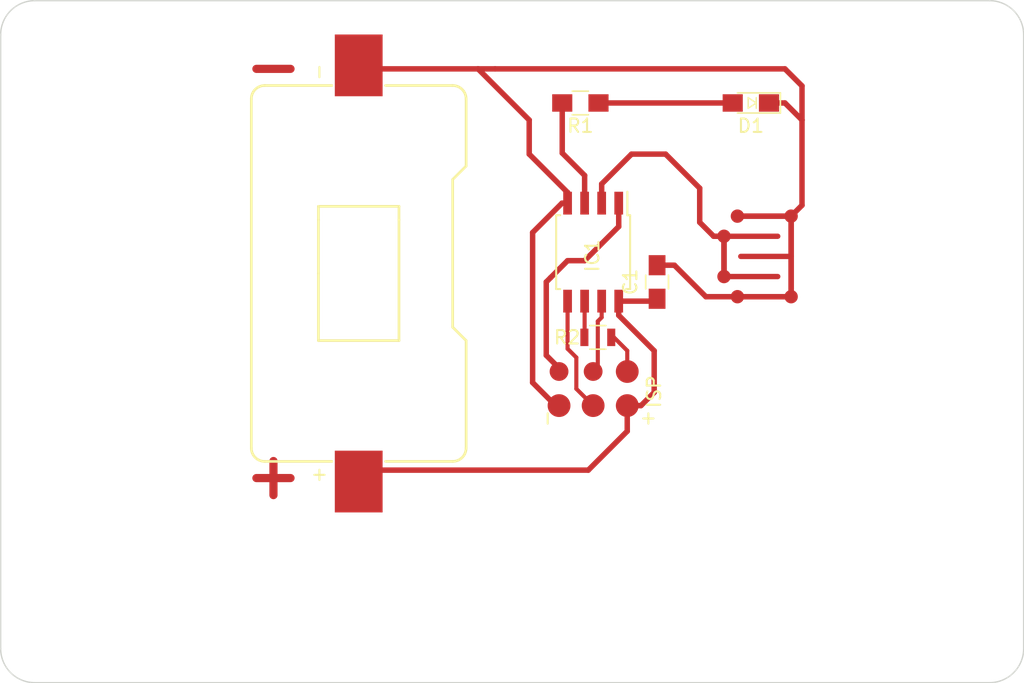
<source format=kicad_pcb>
(kicad_pcb (version 4) (host pcbnew 4.0.6)

  (general
    (links 20)
    (no_connects 0)
    (area 122.758999 58.877999 199.059001 109.778001)
    (thickness 1.6)
    (drawings 8)
    (tracks 76)
    (zones 0)
    (modules 8)
    (nets 11)
  )

  (page USLetter)
  (layers
    (0 F.Cu signal)
    (31 B.Cu signal)
    (32 B.Adhes user)
    (33 F.Adhes user)
    (34 B.Paste user)
    (35 F.Paste user)
    (36 B.SilkS user)
    (37 F.SilkS user)
    (38 B.Mask user)
    (39 F.Mask user)
    (40 Dwgs.User user)
    (41 Cmts.User user)
    (42 Eco1.User user)
    (43 Eco2.User user)
    (44 Edge.Cuts user)
    (45 Margin user)
    (46 B.CrtYd user)
    (47 F.CrtYd user)
    (48 B.Fab user)
    (49 F.Fab user)
  )

  (setup
    (last_trace_width 0.4064)
    (user_trace_width 0.254)
    (user_trace_width 0.3048)
    (user_trace_width 0.4064)
    (user_trace_width 0.6096)
    (trace_clearance 0.2)
    (zone_clearance 0.508)
    (zone_45_only no)
    (trace_min 0.2)
    (segment_width 0.2)
    (edge_width 0.1)
    (via_size 0.6)
    (via_drill 0.4)
    (via_min_size 0.4)
    (via_min_drill 0.3)
    (uvia_size 0.3)
    (uvia_drill 0.1)
    (uvias_allowed no)
    (uvia_min_size 0.2)
    (uvia_min_drill 0.1)
    (pcb_text_width 0.3)
    (pcb_text_size 1.27 1.27)
    (mod_edge_width 0.15)
    (mod_text_size 1.016 1.016)
    (mod_text_width 0.127)
    (pad_size 1.4 1.4)
    (pad_drill 0)
    (pad_to_mask_clearance 0)
    (aux_axis_origin 111.76 109.855)
    (grid_origin 0.889 0.508)
    (visible_elements 7FFFFFFF)
    (pcbplotparams
      (layerselection 0x010f0_80000001)
      (usegerberextensions true)
      (excludeedgelayer true)
      (linewidth 0.100000)
      (plotframeref false)
      (viasonmask false)
      (mode 1)
      (useauxorigin false)
      (hpglpennumber 1)
      (hpglpenspeed 20)
      (hpglpendiameter 15)
      (hpglpenoverlay 2)
      (psnegative false)
      (psa4output false)
      (plotreference true)
      (plotvalue true)
      (plotinvisibletext false)
      (padsonsilk false)
      (subtractmaskfromsilk false)
      (outputformat 1)
      (mirror false)
      (drillshape 0)
      (scaleselection 1)
      (outputdirectory gerbers/))
  )

  (net 0 "")
  (net 1 GND)
  (net 2 +BATT)
  (net 3 "Net-(CON1-Pad1)")
  (net 4 /MISO)
  (net 5 /SCK)
  (net 6 /MOSI)
  (net 7 /RST)
  (net 8 /D3)
  (net 9 /D4)
  (net 10 "Net-(D1-Pad2)")

  (net_class Default "This is the default net class."
    (clearance 0.2)
    (trace_width 0.25)
    (via_dia 0.6)
    (via_drill 0.4)
    (uvia_dia 0.3)
    (uvia_drill 0.1)
    (add_net +BATT)
    (add_net /D3)
    (add_net /D4)
    (add_net /MISO)
    (add_net /MOSI)
    (add_net /RST)
    (add_net /SCK)
    (add_net GND)
    (add_net "Net-(CON1-Pad1)")
    (add_net "Net-(D1-Pad2)")
  )

  (module Resistors_SMD:R_0805 (layer F.Cu) (tedit 5C99664C) (tstamp 5C8A8B15)
    (at 167.289 84.008 180)
    (descr "Resistor SMD 0805, reflow soldering, Vishay (see dcrcw.pdf)")
    (tags "resistor 0805")
    (path /5C8A8E71)
    (attr smd)
    (fp_text reference R2 (at 2.286 0 180) (layer F.SilkS)
      (effects (font (size 1 1) (thickness 0.15)))
    )
    (fp_text value 0 (at 0 1.75 180) (layer F.Fab)
      (effects (font (size 1 1) (thickness 0.15)))
    )
    (fp_text user %R (at 0 0 180) (layer F.Fab)
      (effects (font (size 0.5 0.5) (thickness 0.075)))
    )
    (fp_line (start -1 0.62) (end -1 -0.62) (layer F.Fab) (width 0.1))
    (fp_line (start 1 0.62) (end -1 0.62) (layer F.Fab) (width 0.1))
    (fp_line (start 1 -0.62) (end 1 0.62) (layer F.Fab) (width 0.1))
    (fp_line (start -1 -0.62) (end 1 -0.62) (layer F.Fab) (width 0.1))
    (fp_line (start 0.6 0.88) (end -0.6 0.88) (layer F.SilkS) (width 0.12))
    (fp_line (start -0.6 -0.88) (end 0.6 -0.88) (layer F.SilkS) (width 0.12))
    (fp_line (start -1.55 -0.9) (end 1.55 -0.9) (layer F.CrtYd) (width 0.05))
    (fp_line (start -1.55 -0.9) (end -1.55 0.9) (layer F.CrtYd) (width 0.05))
    (fp_line (start 1.55 0.9) (end 1.55 -0.9) (layer F.CrtYd) (width 0.05))
    (fp_line (start 1.55 0.9) (end -1.55 0.9) (layer F.CrtYd) (width 0.05))
    (pad 1 smd rect (at -1 0 180) (size 0.6 1.3) (layers F.Cu F.Paste F.Mask)
      (net 3 "Net-(CON1-Pad1)"))
    (pad 2 smd rect (at 1 0 180) (size 0.6 1.3) (layers F.Cu F.Paste F.Mask)
      (net 4 /MISO))
    (model ${KISYS3DMOD}/Resistors_SMD.3dshapes/R_0805.wrl
      (at (xyz 0 0 0))
      (scale (xyz 1 1 1))
      (rotate (xyz 0 0 0))
    )
  )

  (module BATT_BA2032SM (layer F.Cu) (tedit 5C995CE3) (tstamp 5A83A7E3)
    (at 149.479 79.248 90)
    (tags battery)
    (path /553F9619)
    (fp_text reference BT1 (at 0 5 90) (layer F.SilkS) hide
      (effects (font (size 1.72974 1.08712) (thickness 0.27178)))
    )
    (fp_text value Battery (at 0 -5 90) (layer F.SilkS) hide
      (effects (font (size 1.524 1.016) (thickness 0.254)))
    )
    (fp_line (start 4 3) (end 5 3) (layer F.SilkS) (width 0.2))
    (fp_line (start 5 3) (end 5 -3) (layer F.SilkS) (width 0.2))
    (fp_line (start 5 -3) (end 4 -3) (layer F.SilkS) (width 0.2))
    (fp_line (start 0 -3) (end -5 -3) (layer F.SilkS) (width 0.2))
    (fp_line (start -5 -3) (end -5 3) (layer F.SilkS) (width 0.2))
    (fp_line (start -5 3) (end 4 3) (layer F.SilkS) (width 0.2))
    (fp_line (start 4 -3) (end 0 -3) (layer F.SilkS) (width 0.2))
    (fp_circle (center 0 0) (end 0 -10) (layer F.CrtYd) (width 0.2))
    (fp_text user - (at 15 -3 90) (layer F.SilkS)
      (effects (font (size 1 1) (thickness 0.15)))
    )
    (fp_text user + (at -15 -3 90) (layer F.SilkS)
      (effects (font (size 1 1) (thickness 0.15)))
    )
    (fp_line (start -5 8) (end -13 8) (layer F.SilkS) (width 0.2))
    (fp_line (start 8 8) (end 13 8) (layer F.SilkS) (width 0.2))
    (fp_line (start -5 8) (end -4 7) (layer F.SilkS) (width 0.2))
    (fp_line (start -4 7) (end 7 7) (layer F.SilkS) (width 0.2))
    (fp_line (start 7 7) (end 8 8) (layer F.SilkS) (width 0.2))
    (fp_line (start -14 2) (end -14 7) (layer F.SilkS) (width 0.2))
    (fp_line (start 14 2) (end 14 7) (layer F.SilkS) (width 0.2))
    (fp_line (start -13 -8) (end 13 -8) (layer F.SilkS) (width 0.2))
    (fp_line (start -14 -2) (end -14 -7) (layer F.SilkS) (width 0.2))
    (fp_arc (start 13 -7) (end 13 -8) (angle 90) (layer F.SilkS) (width 0.2))
    (fp_arc (start 13 7) (end 14 7) (angle 90) (layer F.SilkS) (width 0.2))
    (fp_arc (start -13 7) (end -13 8) (angle 90) (layer F.SilkS) (width 0.2))
    (fp_arc (start -13 -7) (end -14 -7) (angle 90) (layer F.SilkS) (width 0.2))
    (fp_line (start 14 -2) (end 14 -7) (layer F.SilkS) (width 0.2))
    (pad 1 smd rect (at -15.5 0 90) (size 4.6 3.56) (layers F.Cu F.Paste F.Mask)
      (net 2 +BATT))
    (pad 2 smd rect (at 15.5 0 90) (size 4.6 3.56) (layers F.Cu F.Paste F.Mask)
      (net 1 GND))
  )

  (module myFootPrints:SW_SMD_TOUCH (layer F.Cu) (tedit 5C995808) (tstamp 5A94E024)
    (at 178.689 77.978 270)
    (path /5A7D01B3)
    (fp_text reference J1 (at 0.127 4.572 270) (layer F.SilkS) hide
      (effects (font (size 1.016 1.016) (thickness 0.2032)))
    )
    (fp_text value JMP (at 0.254 -4.572 270) (layer F.SilkS) hide
      (effects (font (size 1.016 1.016) (thickness 0.254)))
    )
    (fp_line (start -1.5 2) (end 1.5 2) (layer F.Cu) (width 0.4064))
    (fp_line (start -3 -3) (end 3 -3) (layer F.Cu) (width 0.4064))
    (fp_line (start -1.5 -2) (end -1.5 2) (layer F.Cu) (width 0.4))
    (fp_line (start 3 -3) (end 3 1) (layer F.Cu) (width 0.4))
    (fp_line (start 1.5 -2) (end 1.5 2) (layer F.Cu) (width 0.4))
    (fp_line (start 0 -3) (end 0 0.75) (layer F.Cu) (width 0.4))
    (fp_line (start -3 -3) (end -3 1) (layer F.Cu) (width 0.4))
    (pad 1 smd circle (at -3 1 270) (size 1 1) (layers F.Cu F.Paste F.Mask)
      (net 1 GND))
    (pad 2 smd circle (at 1.5 2 270) (size 1 1) (layers F.Cu F.Paste F.Mask)
      (net 8 /D3))
    (pad 1 smd circle (at 3 1 270) (size 1 1) (layers F.Cu F.Paste F.Mask)
      (net 1 GND))
    (pad 1 smd circle (at 3 -3 270) (size 1 1) (layers F.Cu F.Paste F.Mask)
      (net 1 GND))
    (pad 1 smd circle (at -3 -3 270) (size 1 1) (layers F.Cu F.Paste F.Mask)
      (net 1 GND))
    (pad 2 smd circle (at -1.5 2 270) (size 1 1) (layers F.Cu F.Paste F.Mask)
      (net 8 /D3))
  )

  (module LEDs:LED_0805_HandSoldering (layer F.Cu) (tedit 5A9E0B35) (tstamp 5A94E010)
    (at 178.689 66.548 180)
    (descr "Resistor SMD 0805, hand soldering")
    (tags "resistor 0805")
    (path /561BE7BF)
    (attr smd)
    (fp_text reference D1 (at 0 -1.7 180) (layer F.SilkS)
      (effects (font (size 1 1) (thickness 0.15)))
    )
    (fp_text value LED (at 0 1.75 180) (layer F.Fab)
      (effects (font (size 1 1) (thickness 0.15)))
    )
    (fp_line (start -0.4 -0.4) (end -0.4 0.4) (layer F.SilkS) (width 0.1))
    (fp_line (start -0.4 0) (end 0.2 -0.4) (layer F.SilkS) (width 0.1))
    (fp_line (start 0.2 0.4) (end -0.4 0) (layer F.SilkS) (width 0.1))
    (fp_line (start 0.2 -0.4) (end 0.2 0.4) (layer F.SilkS) (width 0.1))
    (fp_line (start -1 0.62) (end -1 -0.62) (layer F.Fab) (width 0.1))
    (fp_line (start 1 0.62) (end -1 0.62) (layer F.Fab) (width 0.1))
    (fp_line (start 1 -0.62) (end 1 0.62) (layer F.Fab) (width 0.1))
    (fp_line (start -1 -0.62) (end 1 -0.62) (layer F.Fab) (width 0.1))
    (fp_line (start 1 0.75) (end -2.2 0.75) (layer F.SilkS) (width 0.12))
    (fp_line (start -2.2 -0.75) (end 1 -0.75) (layer F.SilkS) (width 0.12))
    (fp_line (start -2.35 -0.9) (end 2.35 -0.9) (layer F.CrtYd) (width 0.05))
    (fp_line (start -2.35 -0.9) (end -2.35 0.9) (layer F.CrtYd) (width 0.05))
    (fp_line (start 2.35 0.9) (end 2.35 -0.9) (layer F.CrtYd) (width 0.05))
    (fp_line (start 2.35 0.9) (end -2.35 0.9) (layer F.CrtYd) (width 0.05))
    (fp_line (start -2.2 -0.75) (end -2.2 0.75) (layer F.SilkS) (width 0.12))
    (pad 1 smd rect (at -1.35 0 180) (size 1.5 1.3) (layers F.Cu F.Paste F.Mask)
      (net 1 GND))
    (pad 2 smd rect (at 1.35 0 180) (size 1.5 1.3) (layers F.Cu F.Paste F.Mask)
      (net 10 "Net-(D1-Pad2)"))
    (model ${KISYS3DMOD}/LEDs.3dshapes/LED_0805.wrl
      (at (xyz 0 0 0))
      (scale (xyz 1 1 1))
      (rotate (xyz 0 0 0))
    )
  )

  (module footprints:Pin_Header_Straight_2x03_Pitch2.54mm (layer F.Cu) (tedit 5C996400) (tstamp 5A7BED43)
    (at 169.4815 86.5505 270)
    (descr "Through hole straight pin header, 2x03, 2.54mm pitch, double rows")
    (tags "Through hole pin header THT 2x03 2.54mm double row")
    (path /561A9A26)
    (fp_text reference CON1 (at 1.2 2.5 360) (layer F.SilkS) hide
      (effects (font (size 1 1) (thickness 0.15)))
    )
    (fp_text value ISP (at 1.5 -2 270) (layer F.SilkS)
      (effects (font (size 1 1) (thickness 0.15)))
    )
    (fp_text user - (at 3.5 6 270) (layer F.SilkS)
      (effects (font (size 1 1) (thickness 0.15)))
    )
    (fp_text user + (at 3.5 -1.5 270) (layer F.SilkS)
      (effects (font (size 1 1) (thickness 0.15)))
    )
    (fp_line (start 0 -1.27) (end 3.81 -1.27) (layer F.Fab) (width 0.1))
    (fp_line (start 3.81 -1.27) (end 3.81 6.35) (layer F.Fab) (width 0.1))
    (fp_line (start 3.81 6.35) (end -1.27 6.35) (layer F.Fab) (width 0.1))
    (fp_line (start -1.27 6.35) (end -1.27 0) (layer F.Fab) (width 0.1))
    (fp_line (start -1.27 0) (end 0 -1.27) (layer F.Fab) (width 0.1))
    (fp_line (start -1.8 -1.8) (end -1.8 6.85) (layer F.CrtYd) (width 0.05))
    (fp_line (start -1.8 6.85) (end 4.35 6.85) (layer F.CrtYd) (width 0.05))
    (fp_line (start 4.35 6.85) (end 4.35 -1.8) (layer F.CrtYd) (width 0.05))
    (fp_line (start 4.35 -1.8) (end -1.8 -1.8) (layer F.CrtYd) (width 0.05))
    (fp_text user %R (at 1.27 2.54 360) (layer F.Fab)
      (effects (font (size 1 1) (thickness 0.15)))
    )
    (pad 1 smd circle (at 0 0 270) (size 1.7 1.7) (layers F.Cu F.Paste F.Mask)
      (net 3 "Net-(CON1-Pad1)"))
    (pad 2 smd oval (at 2.54 0 270) (size 1.7 1.7) (layers F.Cu F.Paste F.Mask)
      (net 2 +BATT))
    (pad 3 smd circle (at 0 2.54 270) (size 1.4 1.4) (layers F.Cu F.Paste F.Mask)
      (net 5 /SCK))
    (pad 4 smd oval (at 2.54 2.54 270) (size 1.7 1.7) (layers F.Cu F.Paste F.Mask)
      (net 6 /MOSI))
    (pad 5 smd circle (at 0 5.08 270) (size 1.4 1.4) (layers F.Cu F.Paste F.Mask)
      (net 7 /RST))
    (pad 6 smd oval (at 2.54 5.08 270) (size 1.7 1.7) (layers F.Cu F.Paste F.Mask)
      (net 1 GND))
  )

  (module footprints:SOIJ-8_5.3x5.3mm_Pitch1.27mm (layer F.Cu) (tedit 5A94E6CD) (tstamp 5A94DD7A)
    (at 166.9415 77.6605 270)
    (descr "8-Lead Plastic Small Outline (SM) - Medium, 5.28 mm Body [SOIC] (see Microchip Packaging Specification 00000049BS.pdf)")
    (tags "SOIC 1.27")
    (path /553EFD0A)
    (attr smd)
    (fp_text reference IC1 (at 0.265 0.06 270) (layer F.SilkS)
      (effects (font (size 1 1) (thickness 0.15)))
    )
    (fp_text value ATTINY85 (at 0 3.68 270) (layer F.Fab)
      (effects (font (size 1 1) (thickness 0.15)))
    )
    (fp_text user %R (at 0 0 270) (layer F.Fab)
      (effects (font (size 1 1) (thickness 0.15)))
    )
    (fp_line (start -1.65 -2.65) (end 2.65 -2.65) (layer F.Fab) (width 0.15))
    (fp_line (start 2.65 -2.65) (end 2.65 2.65) (layer F.Fab) (width 0.15))
    (fp_line (start 2.65 2.65) (end -2.65 2.65) (layer F.Fab) (width 0.15))
    (fp_line (start -2.65 2.65) (end -2.65 -1.65) (layer F.Fab) (width 0.15))
    (fp_line (start -2.65 -1.65) (end -1.65 -2.65) (layer F.Fab) (width 0.15))
    (fp_line (start -4.75 -2.95) (end -4.75 2.95) (layer F.CrtYd) (width 0.05))
    (fp_line (start 4.75 -2.95) (end 4.75 2.95) (layer F.CrtYd) (width 0.05))
    (fp_line (start -4.75 -2.95) (end 4.75 -2.95) (layer F.CrtYd) (width 0.05))
    (fp_line (start -4.75 2.95) (end 4.75 2.95) (layer F.CrtYd) (width 0.05))
    (fp_line (start -2.75 -2.755) (end -2.75 -2.55) (layer F.SilkS) (width 0.15))
    (fp_line (start 2.75 -2.755) (end 2.75 -2.455) (layer F.SilkS) (width 0.15))
    (fp_line (start 2.75 2.755) (end 2.75 2.455) (layer F.SilkS) (width 0.15))
    (fp_line (start -2.75 2.755) (end -2.75 2.455) (layer F.SilkS) (width 0.15))
    (fp_line (start -2.75 -2.755) (end 2.75 -2.755) (layer F.SilkS) (width 0.15))
    (fp_line (start -2.75 2.755) (end 2.75 2.755) (layer F.SilkS) (width 0.15))
    (fp_line (start -2.75 -2.55) (end -4.5 -2.55) (layer F.SilkS) (width 0.15))
    (pad 1 smd rect (at -3.65 -1.905 270) (size 1.7 0.65) (layers F.Cu F.Paste F.Mask)
      (net 7 /RST))
    (pad 2 smd rect (at -3.65 -0.635 270) (size 1.7 0.65) (layers F.Cu F.Paste F.Mask)
      (net 8 /D3))
    (pad 3 smd rect (at -3.65 0.635 270) (size 1.7 0.65) (layers F.Cu F.Paste F.Mask)
      (net 9 /D4))
    (pad 4 smd rect (at -3.65 1.905 270) (size 1.7 0.65) (layers F.Cu F.Paste F.Mask)
      (net 1 GND))
    (pad 5 smd rect (at 3.65 1.905 270) (size 1.7 0.65) (layers F.Cu F.Paste F.Mask)
      (net 6 /MOSI))
    (pad 6 smd rect (at 3.65 0.635 270) (size 1.7 0.65) (layers F.Cu F.Paste F.Mask)
      (net 4 /MISO))
    (pad 7 smd rect (at 3.65 -0.635 270) (size 1.7 0.65) (layers F.Cu F.Paste F.Mask)
      (net 5 /SCK))
    (pad 8 smd rect (at 3.65 -1.905 270) (size 1.7 0.65) (layers F.Cu F.Paste F.Mask)
      (net 2 +BATT))
    (model ${KISYS3DMOD}/Housings_SOIC.3dshapes/SOIJ-8_5.3x5.3mm_Pitch1.27mm.wrl
      (at (xyz 0 0 0))
      (scale (xyz 1 1 1))
      (rotate (xyz 0 0 0))
    )
  )

  (module Resistors_SMD:R_0805_HandSoldering (layer F.Cu) (tedit 58E0A804) (tstamp 5A94E034)
    (at 165.989 66.548 180)
    (descr "Resistor SMD 0805, hand soldering")
    (tags "resistor 0805")
    (path /561BE85C)
    (attr smd)
    (fp_text reference R1 (at 0 -1.7 180) (layer F.SilkS)
      (effects (font (size 1 1) (thickness 0.15)))
    )
    (fp_text value 330 (at 0 1.75 180) (layer F.Fab)
      (effects (font (size 1 1) (thickness 0.15)))
    )
    (fp_text user %R (at 0 0 180) (layer F.Fab)
      (effects (font (size 0.5 0.5) (thickness 0.075)))
    )
    (fp_line (start -1 0.62) (end -1 -0.62) (layer F.Fab) (width 0.1))
    (fp_line (start 1 0.62) (end -1 0.62) (layer F.Fab) (width 0.1))
    (fp_line (start 1 -0.62) (end 1 0.62) (layer F.Fab) (width 0.1))
    (fp_line (start -1 -0.62) (end 1 -0.62) (layer F.Fab) (width 0.1))
    (fp_line (start 0.6 0.88) (end -0.6 0.88) (layer F.SilkS) (width 0.12))
    (fp_line (start -0.6 -0.88) (end 0.6 -0.88) (layer F.SilkS) (width 0.12))
    (fp_line (start -2.35 -0.9) (end 2.35 -0.9) (layer F.CrtYd) (width 0.05))
    (fp_line (start -2.35 -0.9) (end -2.35 0.9) (layer F.CrtYd) (width 0.05))
    (fp_line (start 2.35 0.9) (end 2.35 -0.9) (layer F.CrtYd) (width 0.05))
    (fp_line (start 2.35 0.9) (end -2.35 0.9) (layer F.CrtYd) (width 0.05))
    (pad 1 smd rect (at -1.35 0 180) (size 1.5 1.3) (layers F.Cu F.Paste F.Mask)
      (net 10 "Net-(D1-Pad2)"))
    (pad 2 smd rect (at 1.35 0 180) (size 1.5 1.3) (layers F.Cu F.Paste F.Mask)
      (net 9 /D4))
    (model ${KISYS3DMOD}/Resistors_SMD.3dshapes/R_0805.wrl
      (at (xyz 0 0 0))
      (scale (xyz 1 1 1))
      (rotate (xyz 0 0 0))
    )
  )

  (module Capacitors_SMD:C_0805_HandSoldering (layer F.Cu) (tedit 5A9E0520) (tstamp 5A94E000)
    (at 171.704 79.883 270)
    (descr "Capacitor SMD 0805, hand soldering")
    (tags "capacitor 0805")
    (path /553FDF53)
    (attr smd)
    (fp_text reference C1 (at 0 2 270) (layer F.SilkS)
      (effects (font (size 1 1) (thickness 0.15)))
    )
    (fp_text value "0.1 uF" (at 0 1.75 270) (layer F.Fab)
      (effects (font (size 1 1) (thickness 0.15)))
    )
    (fp_text user %R (at 0 2 270) (layer F.Fab)
      (effects (font (size 1 1) (thickness 0.15)))
    )
    (fp_line (start -1 0.62) (end -1 -0.62) (layer F.Fab) (width 0.1))
    (fp_line (start 1 0.62) (end -1 0.62) (layer F.Fab) (width 0.1))
    (fp_line (start 1 -0.62) (end 1 0.62) (layer F.Fab) (width 0.1))
    (fp_line (start -1 -0.62) (end 1 -0.62) (layer F.Fab) (width 0.1))
    (fp_line (start 0.5 -0.85) (end -0.5 -0.85) (layer F.SilkS) (width 0.12))
    (fp_line (start -0.5 0.85) (end 0.5 0.85) (layer F.SilkS) (width 0.12))
    (fp_line (start -2.25 -0.88) (end 2.25 -0.88) (layer F.CrtYd) (width 0.05))
    (fp_line (start -2.25 -0.88) (end -2.25 0.87) (layer F.CrtYd) (width 0.05))
    (fp_line (start 2.25 0.87) (end 2.25 -0.88) (layer F.CrtYd) (width 0.05))
    (fp_line (start 2.25 0.87) (end -2.25 0.87) (layer F.CrtYd) (width 0.05))
    (pad 1 smd rect (at -1.25 0 270) (size 1.5 1.25) (layers F.Cu F.Paste F.Mask)
      (net 1 GND))
    (pad 2 smd rect (at 1.25 0 270) (size 1.5 1.25) (layers F.Cu F.Paste F.Mask)
      (net 2 +BATT))
    (model Capacitors_SMD.3dshapes/C_0805.wrl
      (at (xyz 0 0 0))
      (scale (xyz 1 1 1))
      (rotate (xyz 0 0 0))
    )
  )

  (gr_line (start 125.349 58.928) (end 196.469 58.928) (angle 90) (layer Edge.Cuts) (width 0.1))
  (gr_line (start 122.809 107.188) (end 122.809 61.468) (angle 90) (layer Edge.Cuts) (width 0.1))
  (gr_line (start 196.469 109.728) (end 125.349 109.728) (angle 90) (layer Edge.Cuts) (width 0.1))
  (gr_line (start 199.009 61.468) (end 199.009 107.188) (angle 90) (layer Edge.Cuts) (width 0.1))
  (gr_arc (start 196.469 107.188) (end 199.009 107.188) (angle 90) (layer Edge.Cuts) (width 0.1))
  (gr_arc (start 196.469 61.468) (end 196.469 58.928) (angle 90) (layer Edge.Cuts) (width 0.1))
  (gr_arc (start 125.349 107.188) (end 125.349 109.728) (angle 90) (layer Edge.Cuts) (width 0.1))
  (gr_arc (start 125.349 61.468) (end 122.809 61.468) (angle 90) (layer Edge.Cuts) (width 0.1))

  (segment (start 141.859 64.008) (end 144.399 64.008) (width 0.6096) (layer F.Cu) (net 0))
  (segment (start 143.129 93.218) (end 143.129 95.758) (width 0.6096) (layer F.Cu) (net 0))
  (segment (start 141.859 94.488) (end 144.399 94.488) (width 0.6096) (layer F.Cu) (net 0))
  (segment (start 177.689 80.978) (end 181.689 80.978) (width 0.4064) (layer F.Cu) (net 1))
  (segment (start 181.689 80.978) (end 181.689 74.978) (width 0.4064) (layer F.Cu) (net 1))
  (segment (start 177.689 74.978) (end 181.689 74.978) (width 0.4064) (layer F.Cu) (net 1))
  (segment (start 177.689 80.978) (end 175.339 80.978) (width 0.4064) (layer F.Cu) (net 1))
  (segment (start 172.994 78.633) (end 171.704 78.633) (width 0.4064) (layer F.Cu) (net 1) (tstamp 5C994B54))
  (segment (start 175.339 80.978) (end 172.994 78.633) (width 0.4064) (layer F.Cu) (net 1) (tstamp 5C994B52))
  (segment (start 180.039 66.548) (end 181.229 66.548) (width 0.4064) (layer F.Cu) (net 1))
  (segment (start 181.229 66.548) (end 182.499 67.818) (width 0.4064) (layer F.Cu) (net 1) (tstamp 5C994B43))
  (segment (start 181.689 74.978) (end 182.499 74.168) (width 0.4064) (layer F.Cu) (net 1))
  (segment (start 182.499 74.168) (end 182.499 67.818) (width 0.4064) (layer F.Cu) (net 1) (tstamp 5C994B3E))
  (segment (start 182.499 65.278) (end 181.229 64.008) (width 0.4064) (layer F.Cu) (net 1) (tstamp 5C994B3F))
  (segment (start 159.639 64.008) (end 181.229 64.008) (width 0.4064) (layer F.Cu) (net 1) (tstamp 5C994802))
  (segment (start 158.369 64.008) (end 159.639 64.008) (width 0.4064) (layer F.Cu) (net 1) (tstamp 5C9948FB))
  (segment (start 182.499 67.818) (end 182.499 65.278) (width 0.4064) (layer F.Cu) (net 1) (tstamp 5C994B46))
  (segment (start 158.369 64.008) (end 162.179 67.818) (width 0.4064) (layer F.Cu) (net 1))
  (segment (start 162.179 67.818) (end 162.179 70.358) (width 0.4064) (layer F.Cu) (net 1) (tstamp 5C994843))
  (segment (start 162.179 70.358) (end 165.0365 73.2155) (width 0.4064) (layer F.Cu) (net 1) (tstamp 5C994846))
  (segment (start 150.069 64.008) (end 158.369 64.008) (width 0.4064) (layer F.Cu) (net 1))
  (segment (start 150.069 64.008) (end 149.479 64.598) (width 0.4064) (layer F.Cu) (net 1) (tstamp 5C9948F0))
  (segment (start 165.0365 73.2155) (end 165.0365 74.0105) (width 0.4064) (layer F.Cu) (net 1) (tstamp 5C994848))
  (segment (start 165.0365 74.0105) (end 165.0365 73.2155) (width 0.4064) (layer F.Cu) (net 1))
  (segment (start 180.039 66.548) (end 180.213 66.548) (width 0.4064) (layer F.Cu) (net 1))
  (segment (start 165.0365 74.0105) (end 164.6225 74.0105) (width 0.4064) (layer F.Cu) (net 1))
  (segment (start 162.433 87.376) (end 164.1475 89.0905) (width 0.4064) (layer F.Cu) (net 1) (tstamp 5C93C6FB))
  (segment (start 162.433 76.2) (end 162.433 87.376) (width 0.4064) (layer F.Cu) (net 1) (tstamp 5C93C6F9))
  (segment (start 164.6225 74.0105) (end 162.433 76.2) (width 0.4064) (layer F.Cu) (net 1) (tstamp 5C93C6F8))
  (segment (start 164.1475 89.0905) (end 164.4015 89.0905) (width 0.4064) (layer F.Cu) (net 1) (tstamp 5C93C6FC))
  (segment (start 149.479 93.898) (end 166.579 93.898) (width 0.4064) (layer F.Cu) (net 2))
  (segment (start 169.4815 90.9955) (end 169.4815 89.0905) (width 0.4064) (layer F.Cu) (net 2) (tstamp 5C9948C7))
  (segment (start 166.579 93.898) (end 169.4815 90.9955) (width 0.4064) (layer F.Cu) (net 2) (tstamp 5C9948C5))
  (segment (start 168.8465 81.3105) (end 168.8465 82.3655) (width 0.4064) (layer F.Cu) (net 2))
  (segment (start 170.5065 89.0905) (end 169.4815 89.0905) (width 0.4064) (layer F.Cu) (net 2) (tstamp 5C93C8A8))
  (segment (start 171.489 88.108) (end 170.5065 89.0905) (width 0.4064) (layer F.Cu) (net 2) (tstamp 5C93C8A7))
  (segment (start 171.489 85.008) (end 171.489 88.108) (width 0.4064) (layer F.Cu) (net 2) (tstamp 5C93C8A6))
  (segment (start 168.8465 82.3655) (end 171.489 85.008) (width 0.4064) (layer F.Cu) (net 2) (tstamp 5C93C8A5))
  (segment (start 169.124 89.448) (end 169.4815 89.0905) (width 0.4064) (layer F.Cu) (net 2) (tstamp 5C93C778))
  (segment (start 169.124 89.448) (end 169.4815 89.0905) (width 0.4064) (layer F.Cu) (net 2) (tstamp 5C93C753))
  (segment (start 168.8465 81.3105) (end 171.5265 81.3105) (width 0.4064) (layer F.Cu) (net 2))
  (segment (start 171.5265 81.3105) (end 171.704 81.133) (width 0.4064) (layer F.Cu) (net 2) (tstamp 5C93C6F0))
  (segment (start 168.239 84.008) (end 168.489 84.008) (width 0.3048) (layer F.Cu) (net 3))
  (segment (start 168.489 84.008) (end 169.4815 85.0005) (width 0.3048) (layer F.Cu) (net 3) (tstamp 5C93C89F))
  (segment (start 169.4815 85.0005) (end 169.4815 86.5505) (width 0.3048) (layer F.Cu) (net 3) (tstamp 5C93C8A0))
  (segment (start 166.3065 81.3105) (end 166.3065 83.9755) (width 0.3048) (layer F.Cu) (net 4))
  (segment (start 166.3065 83.9755) (end 166.339 84.008) (width 0.3048) (layer F.Cu) (net 4) (tstamp 5C93C88E))
  (segment (start 167.5765 81.3105) (end 167.5765 82.5205) (width 0.3048) (layer F.Cu) (net 5))
  (segment (start 167.289 82.808) (end 167.289 86.203) (width 0.3048) (layer F.Cu) (net 5) (tstamp 5C93C899))
  (segment (start 167.5765 82.5205) (end 167.289 82.808) (width 0.3048) (layer F.Cu) (net 5) (tstamp 5C93C898))
  (segment (start 167.289 86.203) (end 166.9415 86.5505) (width 0.3048) (layer F.Cu) (net 5) (tstamp 5C93C89A))
  (segment (start 166.889 86.498) (end 166.9415 86.5505) (width 0.3048) (layer F.Cu) (net 5) (tstamp 5C93C874))
  (segment (start 165.0365 81.3105) (end 165.0365 84.8555) (width 0.3048) (layer F.Cu) (net 6))
  (segment (start 165.689 87.838) (end 166.9415 89.0905) (width 0.3048) (layer F.Cu) (net 6) (tstamp 5C93C894))
  (segment (start 165.689 85.508) (end 165.689 87.838) (width 0.3048) (layer F.Cu) (net 6) (tstamp 5C93C893))
  (segment (start 165.0365 84.8555) (end 165.689 85.508) (width 0.3048) (layer F.Cu) (net 6) (tstamp 5C93C892))
  (segment (start 164.4015 86.5505) (end 164.4015 86.2965) (width 0.4064) (layer F.Cu) (net 7) (status C00000))
  (segment (start 164.4015 86.2965) (end 163.449 85.344) (width 0.4064) (layer F.Cu) (net 7) (tstamp 5C995C3B) (status 400000))
  (segment (start 163.449 85.344) (end 163.449 79.883) (width 0.4064) (layer F.Cu) (net 7) (tstamp 5C995C3D))
  (segment (start 163.449 79.883) (end 163.7665 79.5655) (width 0.4064) (layer F.Cu) (net 7) (tstamp 5C995C42))
  (segment (start 168.8465 74.0105) (end 168.8465 75.7555) (width 0.4064) (layer F.Cu) (net 7))
  (segment (start 165.0365 78.2955) (end 163.7665 79.5655) (width 0.4064) (layer F.Cu) (net 7) (tstamp 5C8A8E8E))
  (segment (start 166.3065 78.2955) (end 165.0365 78.2955) (width 0.4064) (layer F.Cu) (net 7) (tstamp 5C8A8E8D))
  (segment (start 168.8465 75.7555) (end 166.3065 78.2955) (width 0.4064) (layer F.Cu) (net 7) (tstamp 5C8A8E8C))
  (segment (start 176.689 79.478) (end 176.689 76.478) (width 0.4064) (layer F.Cu) (net 8))
  (segment (start 167.5765 74.0105) (end 167.5765 72.5805) (width 0.4064) (layer F.Cu) (net 8))
  (segment (start 175.919 76.478) (end 176.689 76.478) (width 0.4064) (layer F.Cu) (net 8) (tstamp 5C994B4F))
  (segment (start 174.879 75.438) (end 175.919 76.478) (width 0.4064) (layer F.Cu) (net 8) (tstamp 5C994B4E))
  (segment (start 174.879 72.898) (end 174.879 75.438) (width 0.4064) (layer F.Cu) (net 8) (tstamp 5C994B4D))
  (segment (start 172.339 70.358) (end 174.879 72.898) (width 0.4064) (layer F.Cu) (net 8) (tstamp 5C994B4B))
  (segment (start 169.799 70.358) (end 172.339 70.358) (width 0.4064) (layer F.Cu) (net 8) (tstamp 5C994B49))
  (segment (start 167.5765 72.5805) (end 169.799 70.358) (width 0.4064) (layer F.Cu) (net 8) (tstamp 5C994B48))
  (segment (start 166.3065 74.0105) (end 166.3065 71.9455) (width 0.4064) (layer F.Cu) (net 9))
  (segment (start 164.639 70.278) (end 164.639 66.548) (width 0.4064) (layer F.Cu) (net 9) (tstamp 5C93C849))
  (segment (start 166.3065 71.9455) (end 164.639 70.278) (width 0.4064) (layer F.Cu) (net 9) (tstamp 5C93C848))
  (segment (start 167.339 66.548) (end 177.339 66.548) (width 0.4064) (layer F.Cu) (net 10))

)

</source>
